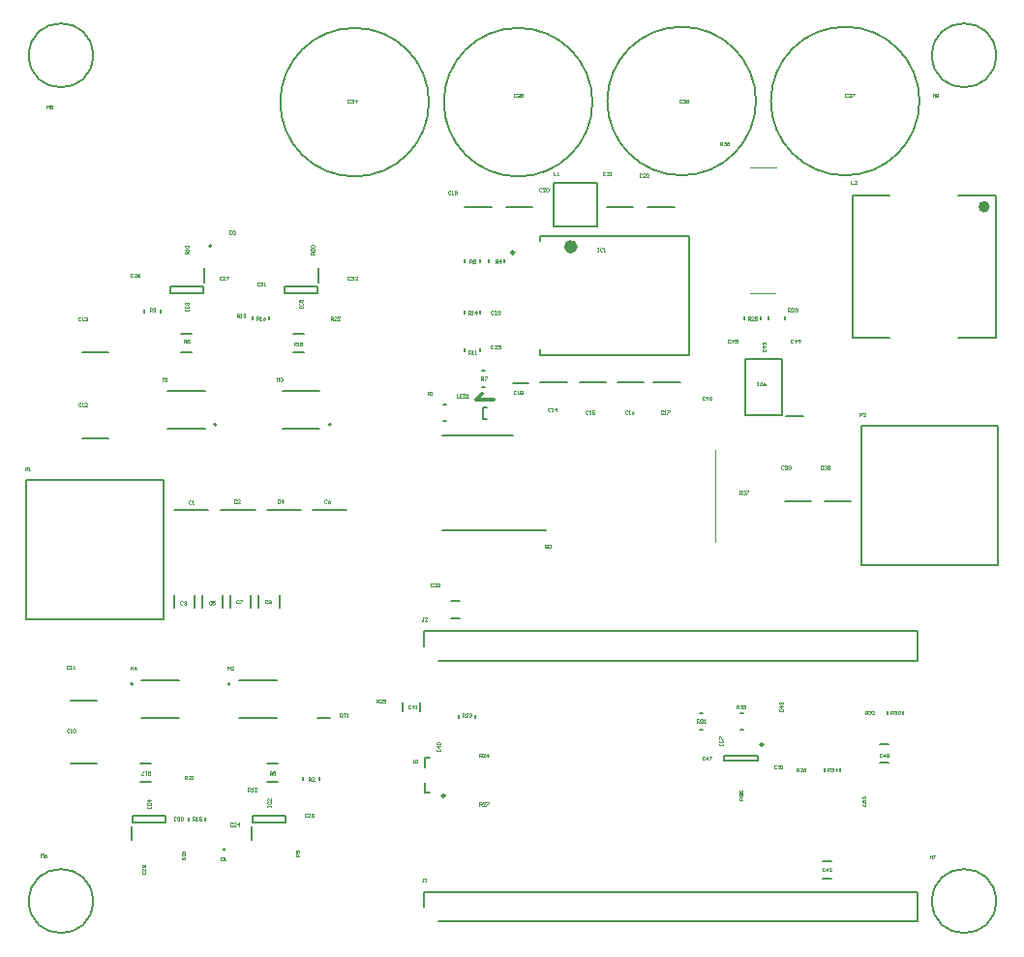
<source format=gto>
G04*
G04 #@! TF.GenerationSoftware,Altium Limited,Altium Designer,20.1.12 (249)*
G04*
G04 Layer_Color=65535*
%FSLAX44Y44*%
%MOMM*%
G71*
G04*
G04 #@! TF.SameCoordinates,284B2C5B-B2DB-445A-AC85-361AEC2CE434*
G04*
G04*
G04 #@! TF.FilePolarity,Positive*
G04*
G01*
G75*
%ADD10C,0.2000*%
%ADD11C,0.6000*%
%ADD12C,0.2500*%
%ADD13C,0.5000*%
%ADD14C,0.1000*%
%ADD15C,0.1270*%
%ADD16C,0.3000*%
D10*
X58000Y30000D02*
G03*
X58000Y30000I-28000J0D01*
G01*
X160750Y604000D02*
G03*
X160750Y602000I0J-1000D01*
G01*
D02*
G03*
X160750Y604000I0J1000D01*
G01*
X172750Y74000D02*
G03*
X172750Y76000I0J1000D01*
G01*
D02*
G03*
X172750Y74000I0J-1000D01*
G01*
X93000Y220000D02*
G03*
X93000Y220000I-1000J0D01*
G01*
X266000Y447000D02*
G03*
X266000Y447000I-1000J0D01*
G01*
X178000Y220000D02*
G03*
X178000Y220000I-1000J0D01*
G01*
X166000Y447000D02*
G03*
X166000Y447000I-1000J0D01*
G01*
X848000Y30000D02*
G03*
X848000Y30000I-28000J0D01*
G01*
X58000Y770000D02*
G03*
X58000Y770000I-28000J0D01*
G01*
X848000D02*
G03*
X848000Y770000I-28000J0D01*
G01*
X781000Y730000D02*
G03*
X781000Y730000I-65000J0D01*
G01*
X637957D02*
G03*
X637957Y730000I-65000J0D01*
G01*
X494915Y729000D02*
G03*
X494915Y729000I-65000J0D01*
G01*
X351872D02*
G03*
X351872Y729000I-65000J0D01*
G01*
X119857Y276700D02*
Y398300D01*
X-143D02*
X119857D01*
X-143Y276700D02*
Y398300D01*
Y276700D02*
X119857D01*
X419500Y637000D02*
X442500D01*
X383500D02*
X406500D01*
X425000Y483000D02*
X439000D01*
X548500Y484000D02*
X571500D01*
X516500D02*
X539500D01*
X483500D02*
X506500D01*
X449500D02*
X472500D01*
X48500Y510000D02*
X71500D01*
X48500Y435000D02*
X71500D01*
X38696Y205000D02*
X61696D01*
X38500Y150000D02*
X61500D01*
X221000Y286500D02*
Y297500D01*
X203000Y286500D02*
Y297500D01*
X363208Y437207D02*
X425457D01*
X363208Y354207D02*
X454458D01*
X196085Y286500D02*
Y297500D01*
X178085Y286500D02*
Y297500D01*
X250000Y372000D02*
X280000D01*
X171543Y286500D02*
Y297500D01*
X153543Y286500D02*
Y297500D01*
X210000Y372000D02*
X240000D01*
X147000Y286500D02*
Y297500D01*
X129000Y286500D02*
Y297500D01*
X170000Y372000D02*
X200000D01*
X129000D02*
X159000D01*
X696031Y64905D02*
X703969D01*
X696031Y49342D02*
X703969D01*
X328952Y196031D02*
Y203969D01*
X344515Y196031D02*
Y203969D01*
X663615Y380000D02*
X686615D01*
X697858D02*
X720857D01*
X371031Y277342D02*
X378969D01*
X371031Y292904D02*
X378969D01*
X92500Y99000D02*
Y105000D01*
X121500D01*
Y99000D02*
Y105000D01*
X92500Y99000D02*
X121500D01*
X92000Y83500D02*
Y95500D01*
X197500Y99000D02*
Y105000D01*
X226500D01*
Y99000D02*
Y105000D01*
X197500Y99000D02*
X226500D01*
X197000Y83500D02*
Y95500D01*
X449025Y507950D02*
X579525D01*
X449025Y612000D02*
X579525D01*
X449025Y607500D02*
Y612000D01*
Y507950D02*
Y512500D01*
X579525Y507950D02*
Y612000D01*
X746031Y167157D02*
X753969D01*
X746031Y151595D02*
X753969D01*
X461000Y620000D02*
X499000D01*
Y658000D01*
X461000D02*
X499000D01*
X461000Y620000D02*
Y658000D01*
X347300Y253000D02*
Y266050D01*
X779450D01*
Y240300D02*
Y266050D01*
X360000Y240300D02*
X779450D01*
X347300Y25000D02*
Y38050D01*
X779450D01*
Y12300D02*
Y38050D01*
X360000Y12300D02*
X779450D01*
X610000Y152500D02*
X640000D01*
X610000Y157500D02*
X640000D01*
X610000Y152500D02*
Y157500D01*
X640000Y152500D02*
Y157500D01*
X629000Y455500D02*
X661000D01*
X629000D02*
Y504500D01*
X661000D01*
Y455500D02*
Y504500D01*
X664500Y454200D02*
X679750D01*
X254500Y562000D02*
Y568000D01*
X225500Y562000D02*
X254500D01*
X225500D02*
Y568000D01*
X254500D01*
X255000Y571500D02*
Y583500D01*
X156000Y100750D02*
Y103250D01*
X142000Y100750D02*
Y103250D01*
X383000Y543750D02*
Y546250D01*
X397000Y543750D02*
Y546250D01*
Y510750D02*
Y513250D01*
X383000Y510750D02*
Y513250D01*
X382940Y588750D02*
Y591250D01*
X396940Y588750D02*
Y591250D01*
X398750Y494000D02*
X401250D01*
X398750Y480000D02*
X401250D01*
X135269Y510000D02*
X144731D01*
X135269Y526000D02*
X144731D01*
X210270Y150000D02*
X219731D01*
X210270Y134000D02*
X219731D01*
X403982Y588750D02*
Y591250D01*
X417982Y588750D02*
Y591250D01*
X117000Y544750D02*
Y547250D01*
X103000Y544750D02*
Y547250D01*
X242000Y135750D02*
Y138250D01*
X256000Y135750D02*
Y138250D01*
X364807Y450197D02*
X367308D01*
X364807Y464198D02*
X367308D01*
X753000Y193750D02*
Y196250D01*
X767000Y193750D02*
Y196250D01*
X649043Y538750D02*
Y541250D01*
X663043Y538750D02*
Y541250D01*
X628000Y538750D02*
Y541250D01*
X642000Y538750D02*
Y541250D01*
X378000Y189926D02*
Y192426D01*
X392000Y189926D02*
Y192426D01*
X233270Y510000D02*
X242731D01*
X233270Y526000D02*
X242731D01*
X99436Y134000D02*
X108897D01*
X99436Y150000D02*
X108897D01*
X212000Y538750D02*
Y541250D01*
X198000Y538750D02*
Y541250D01*
X847500Y522500D02*
Y647500D01*
X722500Y522500D02*
Y647500D01*
X815000Y522500D02*
X847500D01*
X815000Y647500D02*
X847500D01*
X722500D02*
X755000D01*
X722500Y522500D02*
X755000D01*
X348000Y147176D02*
Y155176D01*
X353000D01*
X348000Y125176D02*
Y133176D01*
Y125176D02*
X353000D01*
X254750Y190000D02*
X265250D01*
X698000Y143750D02*
Y146250D01*
X712000Y143750D02*
Y146250D01*
X624292Y194042D02*
X626792D01*
X624292Y180042D02*
X626792D01*
X588750D02*
X591250D01*
X588750Y194042D02*
X591250D01*
X507500Y637000D02*
X530500D01*
X730000Y445800D02*
X850000D01*
Y324200D02*
Y445800D01*
X730000Y324200D02*
X850000D01*
X730000D02*
Y445800D01*
X154500Y562000D02*
Y568000D01*
X125500Y562000D02*
X154500D01*
X125500D02*
Y568000D01*
X154500D01*
X155000Y571500D02*
Y583500D01*
X399557Y452197D02*
Y462197D01*
Y452197D02*
X402557D01*
X399557Y462197D02*
X402557D01*
X543500Y637000D02*
X566500D01*
D11*
X479025Y602500D02*
G03*
X479025Y602500I-3000J0D01*
G01*
D12*
X426525Y597500D02*
G03*
X426525Y597500I-1250J0D01*
G01*
X644250Y167000D02*
G03*
X644250Y167000I-1250J0D01*
G01*
X365750Y122176D02*
G03*
X365750Y122176I-1250J0D01*
G01*
D13*
X840000Y637500D02*
G03*
X840000Y637500I-2500J0D01*
G01*
D14*
X632500Y562000D02*
X655000D01*
X633000Y672000D02*
X655500D01*
X602472Y343950D02*
Y424600D01*
X-1482Y406734D02*
Y409733D01*
X18D01*
X517Y409233D01*
Y408233D01*
X18Y407734D01*
X-1482D01*
X1517Y406734D02*
X2517D01*
X2017D01*
Y409733D01*
X1517Y409233D01*
X623501Y386001D02*
Y388999D01*
X625001D01*
X625501Y388500D01*
Y387500D01*
X625001Y387000D01*
X623501D01*
X624501D02*
X625501Y386001D01*
X626500Y388500D02*
X627000Y388999D01*
X628000D01*
X628500Y388500D01*
Y388000D01*
X628000Y387500D01*
X627500D01*
X628000D01*
X628500Y387000D01*
Y386500D01*
X628000Y386001D01*
X627000D01*
X626500Y386500D01*
X629499Y388999D02*
X631499D01*
Y388500D01*
X629499Y386500D01*
Y386001D01*
X673501Y143500D02*
Y146500D01*
X675001D01*
X675501Y146000D01*
Y145000D01*
X675001Y144500D01*
X673501D01*
X674501D02*
X675501Y143500D01*
X678500D02*
X676500D01*
X678500Y145500D01*
Y146000D01*
X678000Y146500D01*
X677000D01*
X676500Y146000D01*
X681499Y146500D02*
X680499Y146000D01*
X679499Y145000D01*
Y144000D01*
X679999Y143500D01*
X680999D01*
X681499Y144000D01*
Y144500D01*
X680999Y145000D01*
X679499D01*
X728768Y454232D02*
Y457231D01*
X730267D01*
X730767Y456731D01*
Y455732D01*
X730267Y455232D01*
X728768D01*
X733766Y454232D02*
X731767D01*
X733766Y456231D01*
Y456731D01*
X733267Y457231D01*
X732267D01*
X731767Y456731D01*
X718001Y736000D02*
X717501Y736499D01*
X716501D01*
X716001Y736000D01*
Y734000D01*
X716501Y733501D01*
X717501D01*
X718001Y734000D01*
X719000Y736000D02*
X719500Y736499D01*
X720500D01*
X721000Y736000D01*
Y735500D01*
X720500Y735000D01*
X720000D01*
X720500D01*
X721000Y734500D01*
Y734000D01*
X720500Y733501D01*
X719500D01*
X719000Y734000D01*
X721999Y736499D02*
X723999D01*
Y736000D01*
X721999Y734000D01*
Y733501D01*
X573001Y731000D02*
X572501Y731499D01*
X571501D01*
X571001Y731000D01*
Y729000D01*
X571501Y728501D01*
X572501D01*
X573001Y729000D01*
X574000Y731000D02*
X574500Y731499D01*
X575500D01*
X576000Y731000D01*
Y730500D01*
X575500Y730000D01*
X575000D01*
X575500D01*
X576000Y729500D01*
Y729000D01*
X575500Y728501D01*
X574500D01*
X574000Y729000D01*
X578999Y731499D02*
X577999Y731000D01*
X576999Y730000D01*
Y729000D01*
X577499Y728501D01*
X578499D01*
X578999Y729000D01*
Y729500D01*
X578499Y730000D01*
X576999D01*
X428001Y736000D02*
X427501Y736499D01*
X426501D01*
X426001Y736000D01*
Y734000D01*
X426501Y733501D01*
X427501D01*
X428001Y734000D01*
X429000Y736000D02*
X429500Y736499D01*
X430500D01*
X431000Y736000D01*
Y735500D01*
X430500Y735000D01*
X430000D01*
X430500D01*
X431000Y734500D01*
Y734000D01*
X430500Y733501D01*
X429500D01*
X429000Y734000D01*
X433999Y736499D02*
X431999D01*
Y735000D01*
X432999Y735500D01*
X433499D01*
X433999Y735000D01*
Y734000D01*
X433499Y733501D01*
X432499D01*
X431999Y734000D01*
X283001Y731000D02*
X282501Y731499D01*
X281501D01*
X281001Y731000D01*
Y729000D01*
X281501Y728501D01*
X282501D01*
X283001Y729000D01*
X284000Y731000D02*
X284500Y731499D01*
X285500D01*
X286000Y731000D01*
Y730500D01*
X285500Y730000D01*
X285000D01*
X285500D01*
X286000Y729500D01*
Y729000D01*
X285500Y728501D01*
X284500D01*
X284000Y729000D01*
X288499Y728501D02*
Y731499D01*
X286999Y730000D01*
X288999D01*
X792501Y733501D02*
Y736499D01*
X793501Y735500D01*
X794500Y736499D01*
Y733501D01*
X795500Y736000D02*
X796000Y736499D01*
X796999D01*
X797499Y736000D01*
Y735500D01*
X796999Y735000D01*
X797499Y734500D01*
Y734000D01*
X796999Y733501D01*
X796000D01*
X795500Y734000D01*
Y734500D01*
X796000Y735000D01*
X795500Y735500D01*
Y736000D01*
X796000Y735000D02*
X796999D01*
X789982Y67098D02*
Y70097D01*
X790982Y69097D01*
X791981Y70097D01*
Y67098D01*
X792981Y70097D02*
X794980D01*
Y69597D01*
X792981Y67598D01*
Y67098D01*
X12501Y68500D02*
Y71500D01*
X13500Y70500D01*
X14500Y71500D01*
Y68500D01*
X17499Y71500D02*
X16500Y71000D01*
X15500Y70000D01*
Y69000D01*
X16000Y68500D01*
X16999D01*
X17499Y69000D01*
Y69500D01*
X16999Y70000D01*
X15500D01*
X17501Y723501D02*
Y726499D01*
X18500Y725500D01*
X19500Y726499D01*
Y723501D01*
X22499Y726499D02*
X20500D01*
Y725000D01*
X21500Y725500D01*
X21999D01*
X22499Y725000D01*
Y724000D01*
X21999Y723501D01*
X21000D01*
X20500Y724000D01*
X266001Y538501D02*
Y541499D01*
X267501D01*
X268001Y541000D01*
Y540000D01*
X267501Y539500D01*
X266001D01*
X267001D02*
X268001Y538501D01*
X271000D02*
X269000D01*
X271000Y540500D01*
Y541000D01*
X270500Y541499D01*
X269500D01*
X269000Y541000D01*
X273999Y538501D02*
X271999D01*
X273999Y540500D01*
Y541000D01*
X273499Y541499D01*
X272499D01*
X271999Y541000D01*
X138501Y136501D02*
Y139500D01*
X140001D01*
X140500Y139000D01*
Y138000D01*
X140001Y137500D01*
X138501D01*
X139501D02*
X140500Y136501D01*
X143500D02*
X141500D01*
X143500Y138500D01*
Y139000D01*
X143000Y139500D01*
X142000D01*
X141500Y139000D01*
X144499Y136501D02*
X145499D01*
X144999D01*
Y139500D01*
X144499Y139000D01*
X251500Y596001D02*
X248500D01*
Y597501D01*
X249000Y598001D01*
X250000D01*
X250500Y597501D01*
Y596001D01*
Y597001D02*
X251500Y598001D01*
Y601000D02*
Y599000D01*
X249500Y601000D01*
X249000D01*
X248500Y600500D01*
Y599500D01*
X249000Y599000D01*
Y601999D02*
X248500Y602499D01*
Y603499D01*
X249000Y603999D01*
X251000D01*
X251500Y603499D01*
Y602499D01*
X251000Y601999D01*
X249000D01*
X135500Y73706D02*
X138499D01*
Y72207D01*
X138000Y71707D01*
X137000D01*
X136500Y72207D01*
Y73706D01*
Y72707D02*
X135500Y71707D01*
Y70707D02*
Y69707D01*
Y70207D01*
X138499D01*
X138000Y70707D01*
X136000Y68208D02*
X135500Y67708D01*
Y66708D01*
X136000Y66209D01*
X138000D01*
X138499Y66708D01*
Y67708D01*
X138000Y68208D01*
X137500D01*
X137000Y67708D01*
Y66209D01*
X183751Y541001D02*
Y543999D01*
X185251D01*
X185751Y543500D01*
Y542500D01*
X185251Y542000D01*
X183751D01*
X184751D02*
X185751Y541001D01*
X186750D02*
X187750D01*
X187250D01*
Y543999D01*
X186750Y543500D01*
X189249D02*
X189749Y543999D01*
X190749D01*
X191249Y543500D01*
Y543000D01*
X190749Y542500D01*
X190249D01*
X190749D01*
X191249Y542000D01*
Y541500D01*
X190749Y541001D01*
X189749D01*
X189249Y541500D01*
X193751Y126000D02*
Y129000D01*
X195251D01*
X195751Y128500D01*
Y127500D01*
X195251Y127000D01*
X193751D01*
X194751D02*
X195751Y126000D01*
X196750D02*
X197750D01*
X197250D01*
Y129000D01*
X196750Y128500D01*
X201249Y126000D02*
X199249D01*
X201249Y128000D01*
Y128500D01*
X200749Y129000D01*
X199749D01*
X199249Y128500D01*
X141500Y596251D02*
X138500D01*
Y597751D01*
X139000Y598251D01*
X140000D01*
X140500Y597751D01*
Y596251D01*
Y597251D02*
X141500Y598251D01*
Y599250D02*
Y600250D01*
Y599750D01*
X138500D01*
X139000Y599250D01*
Y601749D02*
X138500Y602249D01*
Y603249D01*
X139000Y603749D01*
X141000D01*
X141500Y603249D01*
Y602249D01*
X141000Y601749D01*
X139000D01*
X238500Y69501D02*
X235501D01*
Y71000D01*
X236000Y71500D01*
X237000D01*
X237500Y71000D01*
Y69501D01*
Y70500D02*
X238500Y71500D01*
X238000Y72500D02*
X238500Y73000D01*
Y73999D01*
X238000Y74499D01*
X236000D01*
X235501Y73999D01*
Y73000D01*
X236000Y72500D01*
X236500D01*
X237000Y73000D01*
Y74499D01*
X721148Y660431D02*
Y657432D01*
X723147D01*
X726146D02*
X724147D01*
X726146Y659431D01*
Y659931D01*
X725647Y660431D01*
X724647D01*
X724147Y659931D01*
X338001Y154000D02*
Y151500D01*
X338501Y151000D01*
X339500D01*
X340000Y151500D01*
Y154000D01*
X341000Y151000D02*
X341999D01*
X341499D01*
Y154000D01*
X341000Y153500D01*
X274001Y191000D02*
Y194000D01*
X275501D01*
X276000Y193500D01*
Y192500D01*
X275501Y192000D01*
X274001D01*
X275001D02*
X276000Y191000D01*
X277000Y194000D02*
X279000D01*
X278000D01*
Y191000D01*
X279999D02*
X280999D01*
X280499D01*
Y194000D01*
X279999Y193500D01*
X606594Y691214D02*
Y694213D01*
X608093D01*
X608593Y693713D01*
Y692713D01*
X608093Y692214D01*
X606594D01*
X607594D02*
X608593Y691214D01*
X609593Y693713D02*
X610093Y694213D01*
X611093D01*
X611592Y693713D01*
Y693213D01*
X611093Y692713D01*
X610593D01*
X611093D01*
X611592Y692214D01*
Y691714D01*
X611093Y691214D01*
X610093D01*
X609593Y691714D01*
X614591Y694213D02*
X613592Y693713D01*
X612592Y692713D01*
Y691714D01*
X613092Y691214D01*
X614092D01*
X614591Y691714D01*
Y692214D01*
X614092Y692713D01*
X612592D01*
X626499Y118501D02*
X623501D01*
Y120001D01*
X624000Y120501D01*
X625000D01*
X625500Y120001D01*
Y118501D01*
Y119501D02*
X626499Y120501D01*
X624000Y121500D02*
X623501Y122000D01*
Y123000D01*
X624000Y123500D01*
X624500D01*
X625000Y123000D01*
Y122500D01*
Y123000D01*
X625500Y123500D01*
X626000D01*
X626499Y123000D01*
Y122000D01*
X626000Y121500D01*
X623501Y126499D02*
Y124499D01*
X625000D01*
X624500Y125499D01*
Y125999D01*
X625000Y126499D01*
X626000D01*
X626499Y125999D01*
Y124999D01*
X626000Y124499D01*
X701001Y143500D02*
Y146500D01*
X702501D01*
X703001Y146000D01*
Y145000D01*
X702501Y144500D01*
X701001D01*
X702001D02*
X703001Y143500D01*
X704000Y146000D02*
X704500Y146500D01*
X705500D01*
X706000Y146000D01*
Y145500D01*
X705500Y145000D01*
X705000D01*
X705500D01*
X706000Y144500D01*
Y144000D01*
X705500Y143500D01*
X704500D01*
X704000Y144000D01*
X708499Y143500D02*
Y146500D01*
X706999Y145000D01*
X708999D01*
X621001Y198500D02*
Y201500D01*
X622501D01*
X623001Y201000D01*
Y200000D01*
X622501Y199500D01*
X621001D01*
X622001D02*
X623001Y198500D01*
X624000Y201000D02*
X624500Y201500D01*
X625500D01*
X626000Y201000D01*
Y200500D01*
X625500Y200000D01*
X625000D01*
X625500D01*
X626000Y199500D01*
Y199000D01*
X625500Y198500D01*
X624500D01*
X624000Y199000D01*
X626999Y201000D02*
X627499Y201500D01*
X628499D01*
X628999Y201000D01*
Y200500D01*
X628499Y200000D01*
X627999D01*
X628499D01*
X628999Y199500D01*
Y199000D01*
X628499Y198500D01*
X627499D01*
X626999Y199000D01*
X733501Y193500D02*
Y196500D01*
X735001D01*
X735501Y196000D01*
Y195000D01*
X735001Y194500D01*
X733501D01*
X734501D02*
X735501Y193500D01*
X736500Y196000D02*
X737000Y196500D01*
X738000D01*
X738500Y196000D01*
Y195500D01*
X738000Y195000D01*
X737500D01*
X738000D01*
X738500Y194500D01*
Y194000D01*
X738000Y193500D01*
X737000D01*
X736500Y194000D01*
X741499Y193500D02*
X739499D01*
X741499Y195500D01*
Y196000D01*
X740999Y196500D01*
X739999D01*
X739499Y196000D01*
X586501Y186000D02*
Y189000D01*
X588001D01*
X588501Y188500D01*
Y187500D01*
X588001Y187000D01*
X586501D01*
X587501D02*
X588501Y186000D01*
X589500Y188500D02*
X590000Y189000D01*
X591000D01*
X591499Y188500D01*
Y188000D01*
X591000Y187500D01*
X590500D01*
X591000D01*
X591499Y187000D01*
Y186500D01*
X591000Y186000D01*
X590000D01*
X589500Y186500D01*
X592499Y186000D02*
X593499D01*
X592999D01*
Y189000D01*
X592499Y188500D01*
X756001Y193500D02*
Y196500D01*
X757501D01*
X758001Y196000D01*
Y195000D01*
X757501Y194500D01*
X756001D01*
X757001D02*
X758001Y193500D01*
X759000Y196000D02*
X759500Y196500D01*
X760500D01*
X761000Y196000D01*
Y195500D01*
X760500Y195000D01*
X760000D01*
X760500D01*
X761000Y194500D01*
Y194000D01*
X760500Y193500D01*
X759500D01*
X759000Y194000D01*
X761999Y196000D02*
X762499Y196500D01*
X763499D01*
X763999Y196000D01*
Y194000D01*
X763499Y193500D01*
X762499D01*
X761999Y194000D01*
Y196000D01*
X666001Y546001D02*
Y548999D01*
X667501D01*
X668001Y548500D01*
Y547500D01*
X667501Y547000D01*
X666001D01*
X667001D02*
X668001Y546001D01*
X671000D02*
X669000D01*
X671000Y548000D01*
Y548500D01*
X670500Y548999D01*
X669500D01*
X669000Y548500D01*
X671999Y546500D02*
X672499Y546001D01*
X673499D01*
X673999Y546500D01*
Y548500D01*
X673499Y548999D01*
X672499D01*
X671999Y548500D01*
Y548000D01*
X672499Y547500D01*
X673999D01*
X631001Y538501D02*
Y541499D01*
X632501D01*
X633001Y541000D01*
Y540000D01*
X632501Y539500D01*
X631001D01*
X632001D02*
X633001Y538501D01*
X636000D02*
X634000D01*
X636000Y540500D01*
Y541000D01*
X635500Y541499D01*
X634500D01*
X634000Y541000D01*
X636999D02*
X637499Y541499D01*
X638499D01*
X638999Y541000D01*
Y540500D01*
X638499Y540000D01*
X638999Y539500D01*
Y539000D01*
X638499Y538501D01*
X637499D01*
X636999Y539000D01*
Y539500D01*
X637499Y540000D01*
X636999Y540500D01*
Y541000D01*
X637499Y540000D02*
X638499D01*
X396001Y113500D02*
Y116500D01*
X397501D01*
X398001Y116000D01*
Y115000D01*
X397501Y114500D01*
X396001D01*
X397001D02*
X398001Y113500D01*
X401000D02*
X399000D01*
X401000Y115500D01*
Y116000D01*
X400500Y116500D01*
X399500D01*
X399000Y116000D01*
X401999Y116500D02*
X403999D01*
Y116000D01*
X401999Y114000D01*
Y113500D01*
X306001Y203500D02*
Y206500D01*
X307501D01*
X308001Y206000D01*
Y205000D01*
X307501Y204500D01*
X306001D01*
X307001D02*
X308001Y203500D01*
X311000D02*
X309000D01*
X311000Y205500D01*
Y206000D01*
X310500Y206500D01*
X309500D01*
X309000Y206000D01*
X313999Y206500D02*
X311999D01*
Y205000D01*
X312999Y205500D01*
X313499D01*
X313999Y205000D01*
Y204000D01*
X313499Y203500D01*
X312499D01*
X311999Y204000D01*
X396001Y156000D02*
Y159000D01*
X397501D01*
X398001Y158500D01*
Y157500D01*
X397501Y157000D01*
X396001D01*
X397001D02*
X398001Y156000D01*
X401000D02*
X399000D01*
X401000Y158000D01*
Y158500D01*
X400500Y159000D01*
X399500D01*
X399000Y158500D01*
X403499Y156000D02*
Y159000D01*
X401999Y157500D01*
X403999D01*
X381001Y191000D02*
Y194000D01*
X382501D01*
X383001Y193500D01*
Y192500D01*
X382501Y192000D01*
X381001D01*
X382001D02*
X383001Y191000D01*
X386000D02*
X384000D01*
X386000Y193000D01*
Y193500D01*
X385500Y194000D01*
X384500D01*
X384000Y193500D01*
X386999D02*
X387499Y194000D01*
X388499D01*
X388999Y193500D01*
Y193000D01*
X388499Y192500D01*
X387999D01*
X388499D01*
X388999Y192000D01*
Y191500D01*
X388499Y191000D01*
X387499D01*
X386999Y191500D01*
X233751Y516001D02*
Y518999D01*
X235251D01*
X235751Y518500D01*
Y517500D01*
X235251Y517000D01*
X233751D01*
X234751D02*
X235751Y516001D01*
X236750D02*
X237750D01*
X237250D01*
Y518999D01*
X236750Y518500D01*
X239249D02*
X239749Y518999D01*
X240749D01*
X241249Y518500D01*
Y518000D01*
X240749Y517500D01*
X241249Y517000D01*
Y516500D01*
X240749Y516001D01*
X239749D01*
X239249Y516500D01*
Y517000D01*
X239749Y517500D01*
X239249Y518000D01*
Y518500D01*
X239749Y517500D02*
X240749D01*
X107915Y143499D02*
Y140500D01*
X106416D01*
X105916Y141000D01*
Y142000D01*
X106416Y142500D01*
X107915D01*
X106916D02*
X105916Y143499D01*
X104916D02*
X103916D01*
X104416D01*
Y140500D01*
X104916Y141000D01*
X102417Y140500D02*
X100418D01*
Y141000D01*
X102417Y143000D01*
Y143499D01*
X201251Y538501D02*
Y541499D01*
X202751D01*
X203251Y541000D01*
Y540000D01*
X202751Y539500D01*
X201251D01*
X202251D02*
X203251Y538501D01*
X204250D02*
X205250D01*
X204750D01*
Y541499D01*
X204250Y541000D01*
X208749Y541499D02*
X207749Y541000D01*
X206749Y540000D01*
Y539000D01*
X207249Y538501D01*
X208249D01*
X208749Y539000D01*
Y539500D01*
X208249Y540000D01*
X206749D01*
X145416Y100500D02*
Y103499D01*
X146916D01*
X147416Y103000D01*
Y102000D01*
X146916Y101500D01*
X145416D01*
X146416D02*
X147416Y100500D01*
X148415D02*
X149415D01*
X148915D01*
Y103499D01*
X148415Y103000D01*
X152914Y103499D02*
X150914D01*
Y102000D01*
X151914Y102500D01*
X152414D01*
X152914Y102000D01*
Y101000D01*
X152414Y100500D01*
X151414D01*
X150914Y101000D01*
X386251Y543501D02*
Y546499D01*
X387751D01*
X388251Y546000D01*
Y545000D01*
X387751Y544500D01*
X386251D01*
X387251D02*
X388251Y543501D01*
X389250D02*
X390250D01*
X389750D01*
Y546499D01*
X389250Y546000D01*
X393249Y543501D02*
Y546499D01*
X391749Y545000D01*
X393749D01*
X386751Y508501D02*
Y511499D01*
X388251D01*
X388750Y511000D01*
Y510000D01*
X388251Y509500D01*
X386751D01*
X387751D02*
X388750Y508501D01*
X389750D02*
X390750D01*
X390250D01*
Y511499D01*
X389750Y511000D01*
X392249Y508501D02*
X393249D01*
X392749D01*
Y511499D01*
X392249Y511000D01*
X387501Y588501D02*
Y591499D01*
X389000D01*
X389500Y591000D01*
Y590000D01*
X389000Y589500D01*
X387501D01*
X388501D02*
X389500Y588501D01*
X390500Y591000D02*
X391000Y591499D01*
X391999D01*
X392499Y591000D01*
Y590500D01*
X391999Y590000D01*
X392499Y589500D01*
Y589000D01*
X391999Y588501D01*
X391000D01*
X390500Y589000D01*
Y589500D01*
X391000Y590000D01*
X390500Y590500D01*
Y591000D01*
X391000Y590000D02*
X391999D01*
X397501Y486001D02*
Y488999D01*
X399000D01*
X399500Y488500D01*
Y487500D01*
X399000Y487000D01*
X397501D01*
X398501D02*
X399500Y486001D01*
X400500Y488999D02*
X402499D01*
Y488500D01*
X400500Y486500D01*
Y486001D01*
X137501Y518501D02*
Y521499D01*
X139000D01*
X139500Y521000D01*
Y520000D01*
X139000Y519500D01*
X137501D01*
X138500D02*
X139500Y518501D01*
X142499Y521499D02*
X141500Y521000D01*
X140500Y520000D01*
Y519000D01*
X141000Y518501D01*
X141999D01*
X142499Y519000D01*
Y519500D01*
X141999Y520000D01*
X140500D01*
X212501Y140500D02*
Y143499D01*
X214000D01*
X214500Y143000D01*
Y142000D01*
X214000Y141500D01*
X212501D01*
X213500D02*
X214500Y140500D01*
X217499Y143499D02*
X215500D01*
Y142000D01*
X216500Y142500D01*
X216999D01*
X217499Y142000D01*
Y141000D01*
X216999Y140500D01*
X216000D01*
X215500Y141000D01*
X410001Y588501D02*
Y591499D01*
X411500D01*
X412000Y591000D01*
Y590000D01*
X411500Y589500D01*
X410001D01*
X411001D02*
X412000Y588501D01*
X414499D02*
Y591499D01*
X413000Y590000D01*
X414999D01*
X107501Y546001D02*
Y548999D01*
X109000D01*
X109500Y548500D01*
Y547500D01*
X109000Y547000D01*
X107501D01*
X108500D02*
X109500Y546001D01*
X110500Y548500D02*
X111000Y548999D01*
X111999D01*
X112499Y548500D01*
Y548000D01*
X111999Y547500D01*
X111500D01*
X111999D01*
X112499Y547000D01*
Y546500D01*
X111999Y546001D01*
X111000D01*
X110500Y546500D01*
X246501Y135500D02*
Y138499D01*
X248000D01*
X248500Y138000D01*
Y137000D01*
X248000Y136500D01*
X246501D01*
X247500D02*
X248500Y135500D01*
X251499D02*
X249500D01*
X251499Y137500D01*
Y138000D01*
X250999Y138499D01*
X250000D01*
X249500Y138000D01*
X350561Y472620D02*
Y475619D01*
X352061D01*
X352561Y475119D01*
Y474119D01*
X352061Y473619D01*
X350561D01*
X351561D02*
X352561Y472620D01*
X353560D02*
X354560D01*
X354060D01*
Y475619D01*
X353560Y475119D01*
X90974Y232236D02*
Y235235D01*
X91974Y234235D01*
X92973Y235235D01*
Y232236D01*
X95473D02*
Y235235D01*
X93973Y233736D01*
X95972D01*
X218736Y485220D02*
Y488219D01*
X219736Y487219D01*
X220735Y488219D01*
Y485220D01*
X221735Y487719D02*
X222235Y488219D01*
X223235D01*
X223734Y487719D01*
Y487219D01*
X223235Y486720D01*
X222735D01*
X223235D01*
X223734Y486220D01*
Y485720D01*
X223235Y485220D01*
X222235D01*
X221735Y485720D01*
X176064Y232236D02*
Y235235D01*
X177064Y234235D01*
X178063Y235235D01*
Y232236D01*
X181062D02*
X179063D01*
X181062Y234235D01*
Y234735D01*
X180563Y235235D01*
X179563D01*
X179063Y234735D01*
X118660Y485220D02*
Y488219D01*
X119660Y487219D01*
X120659Y488219D01*
Y485220D01*
X121659D02*
X122659D01*
X122159D01*
Y488219D01*
X121659Y487719D01*
X376059Y473697D02*
Y470698D01*
X378059D01*
X381058Y473697D02*
X379058D01*
Y470698D01*
X381058D01*
X379058Y472197D02*
X380058D01*
X382057Y473697D02*
Y470698D01*
X383557D01*
X384057Y471198D01*
Y473197D01*
X383557Y473697D01*
X382057D01*
X385056Y470698D02*
X386056D01*
X385556D01*
Y473697D01*
X385056Y473197D01*
X461052Y668051D02*
Y665052D01*
X463051D01*
X464051D02*
X465051D01*
X464551D01*
Y668051D01*
X464051Y667551D01*
X347481Y277963D02*
X346482D01*
X346982D01*
Y275464D01*
X346482Y274964D01*
X345982D01*
X345482Y275464D01*
X350480Y274964D02*
X348481D01*
X350480Y276963D01*
Y277463D01*
X349981Y277963D01*
X348981D01*
X348481Y277463D01*
X347481Y49871D02*
X346482D01*
X346982D01*
Y47372D01*
X346482Y46872D01*
X345982D01*
X345482Y47372D01*
X348481Y46872D02*
X349481D01*
X348981D01*
Y49871D01*
X348481Y49371D01*
X606000Y166251D02*
Y167251D01*
Y166751D01*
X608999D01*
Y166251D01*
Y167251D01*
X606500Y170750D02*
X606000Y170250D01*
Y169250D01*
X606500Y168750D01*
X608500D01*
X608999Y169250D01*
Y170250D01*
X608500Y170750D01*
X606000Y171749D02*
Y173749D01*
X606500D01*
X608500Y171749D01*
X608999D01*
X638751Y483999D02*
X639751D01*
X639251D01*
Y481001D01*
X638751D01*
X639751D01*
X643250Y483500D02*
X642750Y483999D01*
X641750D01*
X641250Y483500D01*
Y481500D01*
X641750Y481001D01*
X642750D01*
X643250Y481500D01*
X646249Y483999D02*
X645249Y483500D01*
X644249Y482500D01*
Y481500D01*
X644749Y481001D01*
X645749D01*
X646249Y481500D01*
Y482000D01*
X645749Y482500D01*
X644249D01*
X238500Y548751D02*
Y549751D01*
Y549251D01*
X241500D01*
Y548751D01*
Y549751D01*
X239000Y553250D02*
X238500Y552750D01*
Y551750D01*
X239000Y551250D01*
X241000D01*
X241500Y551750D01*
Y552750D01*
X241000Y553250D01*
X238500Y556249D02*
Y554249D01*
X240000D01*
X239500Y555249D01*
Y555749D01*
X240000Y556249D01*
X241000D01*
X241500Y555749D01*
Y554749D01*
X241000Y554249D01*
X105500Y111251D02*
Y112251D01*
Y111751D01*
X108499D01*
Y111251D01*
Y112251D01*
X106000Y115750D02*
X105500Y115250D01*
Y114250D01*
X106000Y113750D01*
X108000D01*
X108499Y114250D01*
Y115250D01*
X108000Y115750D01*
X108499Y118249D02*
X105500D01*
X107000Y116749D01*
Y118749D01*
X138500Y546251D02*
Y547251D01*
Y546751D01*
X141500D01*
Y546251D01*
Y547251D01*
X139000Y550750D02*
X138500Y550250D01*
Y549250D01*
X139000Y548750D01*
X141000D01*
X141500Y549250D01*
Y550250D01*
X141000Y550750D01*
X139000Y551749D02*
X138500Y552249D01*
Y553249D01*
X139000Y553749D01*
X139500D01*
X140000Y553249D01*
Y552749D01*
Y553249D01*
X140500Y553749D01*
X141000D01*
X141500Y553249D01*
Y552249D01*
X141000Y551749D01*
X210501Y112251D02*
Y113251D01*
Y112751D01*
X213500D01*
Y112251D01*
Y113251D01*
X211000Y116750D02*
X210501Y116250D01*
Y115250D01*
X211000Y114750D01*
X213000D01*
X213500Y115250D01*
Y116250D01*
X213000Y116750D01*
X213500Y119749D02*
Y117749D01*
X211500Y119749D01*
X211000D01*
X210501Y119249D01*
Y118249D01*
X211000Y117749D01*
X499251Y601499D02*
X500251D01*
X499751D01*
Y598501D01*
X499251D01*
X500251D01*
X503750Y601000D02*
X503250Y601499D01*
X502250D01*
X501750Y601000D01*
Y599000D01*
X502250Y598501D01*
X503250D01*
X503750Y599000D01*
X504749Y598501D02*
X505749D01*
X505249D01*
Y601499D01*
X504749Y601000D01*
X177501Y616499D02*
Y613501D01*
X179000D01*
X179500Y614000D01*
Y616000D01*
X179000Y616499D01*
X177501D01*
X182499Y613501D02*
X180500D01*
X182499Y615500D01*
Y616000D01*
X181999Y616499D01*
X181000D01*
X180500Y616000D01*
X170001Y68499D02*
Y65500D01*
X171500D01*
X172000Y66000D01*
Y68000D01*
X171500Y68499D01*
X170001D01*
X173000Y65500D02*
X173999D01*
X173500D01*
Y68499D01*
X173000Y68000D01*
X656001Y148500D02*
X655501Y149000D01*
X654501D01*
X654001Y148500D01*
Y146500D01*
X654501Y146000D01*
X655501D01*
X656001Y146500D01*
X658999Y149000D02*
X657000D01*
Y147500D01*
X658000Y148000D01*
X658500D01*
X658999Y147500D01*
Y146500D01*
X658500Y146000D01*
X657500D01*
X657000Y146500D01*
X659999Y146000D02*
X660999D01*
X660499D01*
Y149000D01*
X659999Y148500D01*
X731500Y115501D02*
X731001Y115001D01*
Y114001D01*
X731500Y113501D01*
X733500D01*
X733999Y114001D01*
Y115001D01*
X733500Y115501D01*
X731001Y118500D02*
Y116500D01*
X732500D01*
X732000Y117500D01*
Y118000D01*
X732500Y118500D01*
X733500D01*
X733999Y118000D01*
Y117000D01*
X733500Y116500D01*
X731500Y119499D02*
X731001Y119999D01*
Y120999D01*
X731500Y121499D01*
X733500D01*
X733999Y120999D01*
Y119999D01*
X733500Y119499D01*
X731500D01*
X659000Y198001D02*
X658501Y197501D01*
Y196501D01*
X659000Y196001D01*
X661000D01*
X661499Y196501D01*
Y197501D01*
X661000Y198001D01*
X661499Y200500D02*
X658501D01*
X660000Y199000D01*
Y201000D01*
X661000Y201999D02*
X661499Y202499D01*
Y203499D01*
X661000Y203999D01*
X659000D01*
X658501Y203499D01*
Y202499D01*
X659000Y201999D01*
X659500D01*
X660000Y202499D01*
Y203999D01*
X748001Y158500D02*
X747501Y159000D01*
X746501D01*
X746001Y158500D01*
Y156500D01*
X746501Y156000D01*
X747501D01*
X748001Y156500D01*
X750500Y156000D02*
Y159000D01*
X749000Y157500D01*
X751000D01*
X751999Y158500D02*
X752499Y159000D01*
X753499D01*
X753999Y158500D01*
Y158000D01*
X753499Y157500D01*
X753999Y157000D01*
Y156500D01*
X753499Y156000D01*
X752499D01*
X751999Y156500D01*
Y157000D01*
X752499Y157500D01*
X751999Y158000D01*
Y158500D01*
X752499Y157500D02*
X753499D01*
X593001Y156000D02*
X592501Y156500D01*
X591501D01*
X591001Y156000D01*
Y154000D01*
X591501Y153500D01*
X592501D01*
X593001Y154000D01*
X595500Y153500D02*
Y156500D01*
X594000Y155000D01*
X596000D01*
X596999Y156500D02*
X598999D01*
Y156000D01*
X596999Y154000D01*
Y153500D01*
X593001Y471000D02*
X592501Y471499D01*
X591501D01*
X591001Y471000D01*
Y469000D01*
X591501Y468501D01*
X592501D01*
X593001Y469000D01*
X595500Y468501D02*
Y471499D01*
X594000Y470000D01*
X596000D01*
X598999Y471499D02*
X597999Y471000D01*
X596999Y470000D01*
Y469000D01*
X597499Y468501D01*
X598499D01*
X598999Y469000D01*
Y469500D01*
X598499Y470000D01*
X596999D01*
X615501Y521000D02*
X615001Y521499D01*
X614001D01*
X613501Y521000D01*
Y519000D01*
X614001Y518501D01*
X615001D01*
X615501Y519000D01*
X618000Y518501D02*
Y521499D01*
X616500Y520000D01*
X618500D01*
X621499Y521499D02*
X619499D01*
Y520000D01*
X620499Y520500D01*
X620999D01*
X621499Y520000D01*
Y519000D01*
X620999Y518501D01*
X619999D01*
X619499Y519000D01*
X670501Y521000D02*
X670001Y521499D01*
X669001D01*
X668501Y521000D01*
Y519000D01*
X669001Y518501D01*
X670001D01*
X670501Y519000D01*
X673000Y518501D02*
Y521499D01*
X671500Y520000D01*
X673500D01*
X675999Y518501D02*
Y521499D01*
X674499Y520000D01*
X676499D01*
X644000Y513001D02*
X643501Y512501D01*
Y511501D01*
X644000Y511001D01*
X646000D01*
X646499Y511501D01*
Y512501D01*
X646000Y513001D01*
X646499Y515500D02*
X643501D01*
X645000Y514000D01*
Y516000D01*
X644000Y516999D02*
X643501Y517499D01*
Y518499D01*
X644000Y518999D01*
X644500D01*
X645000Y518499D01*
Y517999D01*
Y518499D01*
X645500Y518999D01*
X646000D01*
X646499Y518499D01*
Y517499D01*
X646000Y516999D01*
X698001Y58500D02*
X697501Y59000D01*
X696501D01*
X696001Y58500D01*
Y56500D01*
X696501Y56000D01*
X697501D01*
X698001Y56500D01*
X700500Y56000D02*
Y59000D01*
X699000Y57500D01*
X701000D01*
X703999Y56000D02*
X701999D01*
X703999Y58000D01*
Y58500D01*
X703499Y59000D01*
X702499D01*
X701999Y58500D01*
X336001Y201000D02*
X335501Y201500D01*
X334501D01*
X334001Y201000D01*
Y199000D01*
X334501Y198500D01*
X335501D01*
X336001Y199000D01*
X338500Y198500D02*
Y201500D01*
X337000Y200000D01*
X339000D01*
X339999Y198500D02*
X340999D01*
X340499D01*
Y201500D01*
X339999Y201000D01*
X359000Y163001D02*
X358501Y162501D01*
Y161501D01*
X359000Y161001D01*
X361000D01*
X361499Y161501D01*
Y162501D01*
X361000Y163001D01*
X361499Y165500D02*
X358501D01*
X360000Y164000D01*
Y166000D01*
X359000Y166999D02*
X358501Y167499D01*
Y168499D01*
X359000Y168999D01*
X361000D01*
X361499Y168499D01*
Y167499D01*
X361000Y166999D01*
X359000D01*
X662187Y410503D02*
X661687Y411003D01*
X660688D01*
X660188Y410503D01*
Y408504D01*
X660688Y408004D01*
X661687D01*
X662187Y408504D01*
X663187Y410503D02*
X663687Y411003D01*
X664687D01*
X665186Y410503D01*
Y410003D01*
X664687Y409504D01*
X664187D01*
X664687D01*
X665186Y409004D01*
Y408504D01*
X664687Y408004D01*
X663687D01*
X663187Y408504D01*
X666186D02*
X666686Y408004D01*
X667686D01*
X668185Y408504D01*
Y410503D01*
X667686Y411003D01*
X666686D01*
X666186Y410503D01*
Y410003D01*
X666686Y409504D01*
X668185D01*
X696477Y410503D02*
X695977Y411003D01*
X694978D01*
X694478Y410503D01*
Y408504D01*
X694978Y408004D01*
X695977D01*
X696477Y408504D01*
X697477Y410503D02*
X697977Y411003D01*
X698977D01*
X699476Y410503D01*
Y410003D01*
X698977Y409504D01*
X698477D01*
X698977D01*
X699476Y409004D01*
Y408504D01*
X698977Y408004D01*
X697977D01*
X697477Y408504D01*
X700476Y410503D02*
X700976Y411003D01*
X701976D01*
X702475Y410503D01*
Y410003D01*
X701976Y409504D01*
X702475Y409004D01*
Y408504D01*
X701976Y408004D01*
X700976D01*
X700476Y408504D01*
Y409004D01*
X700976Y409504D01*
X700476Y410003D01*
Y410503D01*
X700976Y409504D02*
X701976D01*
X355355Y307435D02*
X354855Y307935D01*
X353856D01*
X353356Y307435D01*
Y305436D01*
X353856Y304936D01*
X354855D01*
X355355Y305436D01*
X356355Y307435D02*
X356855Y307935D01*
X357855D01*
X358354Y307435D01*
Y306935D01*
X357855Y306436D01*
X357355D01*
X357855D01*
X358354Y305936D01*
Y305436D01*
X357855Y304936D01*
X356855D01*
X356355Y305436D01*
X359354Y307435D02*
X359854Y307935D01*
X360854D01*
X361353Y307435D01*
Y306935D01*
X360854Y306436D01*
X360354D01*
X360854D01*
X361353Y305936D01*
Y305436D01*
X360854Y304936D01*
X359854D01*
X359354Y305436D01*
X283001Y576000D02*
X282501Y576499D01*
X281501D01*
X281001Y576000D01*
Y574000D01*
X281501Y573501D01*
X282501D01*
X283001Y574000D01*
X284000Y576000D02*
X284500Y576499D01*
X285500D01*
X286000Y576000D01*
Y575500D01*
X285500Y575000D01*
X285000D01*
X285500D01*
X286000Y574500D01*
Y574000D01*
X285500Y573501D01*
X284500D01*
X284000Y574000D01*
X288999Y573501D02*
X286999D01*
X288999Y575500D01*
Y576000D01*
X288499Y576499D01*
X287499D01*
X286999Y576000D01*
X203500Y571000D02*
X203001Y571499D01*
X202001D01*
X201501Y571000D01*
Y569000D01*
X202001Y568501D01*
X203001D01*
X203500Y569000D01*
X204500Y571000D02*
X205000Y571499D01*
X206000D01*
X206500Y571000D01*
Y570500D01*
X206000Y570000D01*
X205500D01*
X206000D01*
X206500Y569500D01*
Y569000D01*
X206000Y568501D01*
X205000D01*
X204500Y569000D01*
X207499Y568501D02*
X208499D01*
X207999D01*
Y571499D01*
X207499Y571000D01*
X130708Y103000D02*
X130208Y103499D01*
X129209D01*
X128709Y103000D01*
Y101000D01*
X129209Y100500D01*
X130208D01*
X130708Y101000D01*
X131708Y103000D02*
X132208Y103499D01*
X133207D01*
X133707Y103000D01*
Y102500D01*
X133207Y102000D01*
X132708D01*
X133207D01*
X133707Y101500D01*
Y101000D01*
X133207Y100500D01*
X132208D01*
X131708Y101000D01*
X134707Y103000D02*
X135207Y103499D01*
X136206D01*
X136706Y103000D01*
Y101000D01*
X136206Y100500D01*
X135207D01*
X134707Y101000D01*
Y103000D01*
X101500Y55501D02*
X101000Y55001D01*
Y54001D01*
X101500Y53501D01*
X103500D01*
X104000Y54001D01*
Y55001D01*
X103500Y55501D01*
X104000Y58500D02*
Y56500D01*
X102000Y58500D01*
X101500D01*
X101000Y58000D01*
Y57000D01*
X101500Y56500D01*
X103500Y59499D02*
X104000Y59999D01*
Y60999D01*
X103500Y61499D01*
X101500D01*
X101000Y60999D01*
Y59999D01*
X101500Y59499D01*
X102000D01*
X102500Y59999D01*
Y61499D01*
X408001Y546000D02*
X407501Y546499D01*
X406501D01*
X406001Y546000D01*
Y544000D01*
X406501Y543501D01*
X407501D01*
X408001Y544000D01*
X411000Y543501D02*
X409000D01*
X411000Y545500D01*
Y546000D01*
X410500Y546499D01*
X409500D01*
X409000Y546000D01*
X411999D02*
X412499Y546499D01*
X413499D01*
X413999Y546000D01*
Y545500D01*
X413499Y545000D01*
X413999Y544500D01*
Y544000D01*
X413499Y543501D01*
X412499D01*
X411999Y544000D01*
Y544500D01*
X412499Y545000D01*
X411999Y545500D01*
Y546000D01*
X412499Y545000D02*
X413499D01*
X170501Y576000D02*
X170001Y576499D01*
X169001D01*
X168501Y576000D01*
Y574000D01*
X169001Y573501D01*
X170001D01*
X170501Y574000D01*
X173500Y573501D02*
X171500D01*
X173500Y575500D01*
Y576000D01*
X173000Y576499D01*
X172000D01*
X171500Y576000D01*
X174499Y576499D02*
X176499D01*
Y576000D01*
X174499Y574000D01*
Y573501D01*
X93001Y578500D02*
X92501Y578999D01*
X91501D01*
X91001Y578500D01*
Y576500D01*
X91501Y576001D01*
X92501D01*
X93001Y576500D01*
X96000Y576001D02*
X94000D01*
X96000Y578000D01*
Y578500D01*
X95500Y578999D01*
X94500D01*
X94000Y578500D01*
X98999Y578999D02*
X97999Y578500D01*
X96999Y577500D01*
Y576500D01*
X97499Y576001D01*
X98499D01*
X98999Y576500D01*
Y577000D01*
X98499Y577500D01*
X96999D01*
X245001Y106000D02*
X244501Y106500D01*
X243501D01*
X243001Y106000D01*
Y104000D01*
X243501Y103500D01*
X244501D01*
X245001Y104000D01*
X248000Y103500D02*
X246000D01*
X248000Y105500D01*
Y106000D01*
X247500Y106500D01*
X246500D01*
X246000Y106000D01*
X250999Y106500D02*
X248999D01*
Y105000D01*
X249999Y105500D01*
X250499D01*
X250999Y105000D01*
Y104000D01*
X250499Y103500D01*
X249499D01*
X248999Y104000D01*
X180001Y98000D02*
X179501Y98499D01*
X178501D01*
X178001Y98000D01*
Y96000D01*
X178501Y95500D01*
X179501D01*
X180001Y96000D01*
X183000Y95500D02*
X181000D01*
X183000Y97500D01*
Y98000D01*
X182500Y98499D01*
X181500D01*
X181000Y98000D01*
X185499Y95500D02*
Y98499D01*
X183999Y97000D01*
X185999D01*
X408001Y516000D02*
X407501Y516499D01*
X406501D01*
X406001Y516000D01*
Y514000D01*
X406501Y513501D01*
X407501D01*
X408001Y514000D01*
X411000Y513501D02*
X409000D01*
X411000Y515500D01*
Y516000D01*
X410500Y516499D01*
X409500D01*
X409000Y516000D01*
X411999D02*
X412499Y516499D01*
X413499D01*
X413999Y516000D01*
Y515500D01*
X413499Y515000D01*
X412999D01*
X413499D01*
X413999Y514500D01*
Y514000D01*
X413499Y513501D01*
X412499D01*
X411999Y514000D01*
X538001Y666000D02*
X537501Y666499D01*
X536501D01*
X536001Y666000D01*
Y664000D01*
X536501Y663501D01*
X537501D01*
X538001Y664000D01*
X541000Y663501D02*
X539000D01*
X541000Y665500D01*
Y666000D01*
X540500Y666499D01*
X539500D01*
X539000Y666000D01*
X543999Y663501D02*
X541999D01*
X543999Y665500D01*
Y666000D01*
X543499Y666499D01*
X542499D01*
X541999Y666000D01*
X506231Y667297D02*
X505732Y667797D01*
X504732D01*
X504232Y667297D01*
Y665298D01*
X504732Y664798D01*
X505732D01*
X506231Y665298D01*
X509230Y664798D02*
X507231D01*
X509230Y666797D01*
Y667297D01*
X508731Y667797D01*
X507731D01*
X507231Y667297D01*
X510230Y664798D02*
X511230D01*
X510730D01*
Y667797D01*
X510230Y667297D01*
X450501Y653500D02*
X450001Y653999D01*
X449001D01*
X448501Y653500D01*
Y651500D01*
X449001Y651001D01*
X450001D01*
X450501Y651500D01*
X453500Y651001D02*
X451500D01*
X453500Y653000D01*
Y653500D01*
X453000Y653999D01*
X452000D01*
X451500Y653500D01*
X454499D02*
X454999Y653999D01*
X455999D01*
X456499Y653500D01*
Y651500D01*
X455999Y651001D01*
X454999D01*
X454499Y651500D01*
Y653500D01*
X370751Y651000D02*
X370251Y651499D01*
X369251D01*
X368751Y651000D01*
Y649000D01*
X369251Y648501D01*
X370251D01*
X370751Y649000D01*
X371750Y648501D02*
X372750D01*
X372250D01*
Y651499D01*
X371750Y651000D01*
X374249Y649000D02*
X374749Y648501D01*
X375749D01*
X376249Y649000D01*
Y651000D01*
X375749Y651499D01*
X374749D01*
X374249Y651000D01*
Y650500D01*
X374749Y650000D01*
X376249D01*
X428251Y476000D02*
X427751Y476499D01*
X426751D01*
X426251Y476000D01*
Y474000D01*
X426751Y473501D01*
X427751D01*
X428251Y474000D01*
X429250Y473501D02*
X430250D01*
X429750D01*
Y476499D01*
X429250Y476000D01*
X431749D02*
X432249Y476499D01*
X433249D01*
X433749Y476000D01*
Y475500D01*
X433249Y475000D01*
X433749Y474500D01*
Y474000D01*
X433249Y473501D01*
X432249D01*
X431749Y474000D01*
Y474500D01*
X432249Y475000D01*
X431749Y475500D01*
Y476000D01*
X432249Y475000D02*
X433249D01*
X556751Y458500D02*
X556251Y458999D01*
X555251D01*
X554751Y458500D01*
Y456500D01*
X555251Y456001D01*
X556251D01*
X556751Y456500D01*
X557750Y456001D02*
X558750D01*
X558250D01*
Y458999D01*
X557750Y458500D01*
X560249Y458999D02*
X562249D01*
Y458500D01*
X560249Y456500D01*
Y456001D01*
X525751Y458500D02*
X525251Y458999D01*
X524251D01*
X523751Y458500D01*
Y456500D01*
X524251Y456001D01*
X525251D01*
X525751Y456500D01*
X526750Y456001D02*
X527750D01*
X527250D01*
Y458999D01*
X526750Y458500D01*
X531249Y458999D02*
X530249Y458500D01*
X529249Y457500D01*
Y456500D01*
X529749Y456001D01*
X530749D01*
X531249Y456500D01*
Y457000D01*
X530749Y457500D01*
X529249D01*
X491251Y458500D02*
X490751Y458999D01*
X489751D01*
X489251Y458500D01*
Y456500D01*
X489751Y456001D01*
X490751D01*
X491251Y456500D01*
X492250Y456001D02*
X493250D01*
X492750D01*
Y458999D01*
X492250Y458500D01*
X496749Y458999D02*
X494749D01*
Y457500D01*
X495749Y458000D01*
X496249D01*
X496749Y457500D01*
Y456500D01*
X496249Y456001D01*
X495249D01*
X494749Y456500D01*
X458251Y461000D02*
X457751Y461499D01*
X456751D01*
X456251Y461000D01*
Y459000D01*
X456751Y458501D01*
X457751D01*
X458251Y459000D01*
X459250Y458501D02*
X460250D01*
X459750D01*
Y461499D01*
X459250Y461000D01*
X463249Y458501D02*
Y461499D01*
X461749Y460000D01*
X463749D01*
X47253Y540297D02*
X46754Y540797D01*
X45754D01*
X45254Y540297D01*
Y538298D01*
X45754Y537798D01*
X46754D01*
X47253Y538298D01*
X48253Y537798D02*
X49253D01*
X48753D01*
Y540797D01*
X48253Y540297D01*
X50752D02*
X51252Y540797D01*
X52252D01*
X52752Y540297D01*
Y539797D01*
X52252Y539297D01*
X51752D01*
X52252D01*
X52752Y538798D01*
Y538298D01*
X52252Y537798D01*
X51252D01*
X50752Y538298D01*
X47253Y465367D02*
X46754Y465867D01*
X45754D01*
X45254Y465367D01*
Y463368D01*
X45754Y462868D01*
X46754D01*
X47253Y463368D01*
X48253Y462868D02*
X49253D01*
X48753D01*
Y465867D01*
X48253Y465367D01*
X52752Y462868D02*
X50752D01*
X52752Y464867D01*
Y465367D01*
X52252Y465867D01*
X51252D01*
X50752Y465367D01*
X37347Y235497D02*
X36848Y235997D01*
X35848D01*
X35348Y235497D01*
Y233498D01*
X35848Y232998D01*
X36848D01*
X37347Y233498D01*
X38347Y232998D02*
X39347D01*
X38847D01*
Y235997D01*
X38347Y235497D01*
X40846Y232998D02*
X41846D01*
X41346D01*
Y235997D01*
X40846Y235497D01*
X37093Y180379D02*
X36593Y180879D01*
X35594D01*
X35094Y180379D01*
Y178380D01*
X35594Y177880D01*
X36593D01*
X37093Y178380D01*
X38093Y177880D02*
X39093D01*
X38593D01*
Y180879D01*
X38093Y180379D01*
X40592D02*
X41092Y180879D01*
X42092D01*
X42592Y180379D01*
Y178380D01*
X42092Y177880D01*
X41092D01*
X40592Y178380D01*
Y180379D01*
X210500Y293000D02*
X210000Y293500D01*
X209001D01*
X208501Y293000D01*
Y291000D01*
X209001Y290501D01*
X210000D01*
X210500Y291000D01*
X211500D02*
X212000Y290501D01*
X212999D01*
X213499Y291000D01*
Y293000D01*
X212999Y293500D01*
X212000D01*
X211500Y293000D01*
Y292500D01*
X212000Y292000D01*
X213499D01*
X456698Y339324D02*
X457198Y338824D01*
X458198D01*
X458698Y339324D01*
Y341324D01*
X458198Y341823D01*
X457198D01*
X456698Y341324D01*
X455698Y339324D02*
X455199Y338824D01*
X454199D01*
X453699Y339324D01*
Y339824D01*
X454199Y340324D01*
X453699Y340824D01*
Y341324D01*
X454199Y341823D01*
X455199D01*
X455698Y341324D01*
Y340824D01*
X455199Y340324D01*
X455698Y339824D01*
Y339324D01*
X455199Y340324D02*
X454199D01*
X185500Y293000D02*
X185000Y293500D01*
X184001D01*
X183501Y293000D01*
Y291000D01*
X184001Y290501D01*
X185000D01*
X185500Y291000D01*
X186500Y293500D02*
X188499D01*
Y293000D01*
X186500Y291000D01*
Y290501D01*
X262500Y381000D02*
X262000Y381499D01*
X261001D01*
X260501Y381000D01*
Y379000D01*
X261001Y378501D01*
X262000D01*
X262500Y379000D01*
X265499Y381499D02*
X264499Y381000D01*
X263500Y380000D01*
Y379000D01*
X264000Y378501D01*
X264999D01*
X265499Y379000D01*
Y379500D01*
X264999Y380000D01*
X263500D01*
X161500Y292000D02*
X161000Y292500D01*
X160001D01*
X159501Y292000D01*
Y290000D01*
X160001Y289501D01*
X161000D01*
X161500Y290000D01*
X164499Y292500D02*
X162500D01*
Y291000D01*
X163500Y291500D01*
X163999D01*
X164499Y291000D01*
Y290000D01*
X163999Y289501D01*
X163000D01*
X162500Y290000D01*
X221500Y381000D02*
X221000Y381499D01*
X220001D01*
X219501Y381000D01*
Y379000D01*
X220001Y378501D01*
X221000D01*
X221500Y379000D01*
X223999Y378501D02*
Y381499D01*
X222500Y380000D01*
X224499D01*
X136500Y292000D02*
X136000Y292500D01*
X135001D01*
X134501Y292000D01*
Y290000D01*
X135001Y289501D01*
X136000D01*
X136500Y290000D01*
X137500Y292000D02*
X138000Y292500D01*
X138999D01*
X139499Y292000D01*
Y291500D01*
X138999Y291000D01*
X138499D01*
X138999D01*
X139499Y290500D01*
Y290000D01*
X138999Y289501D01*
X138000D01*
X137500Y290000D01*
X183500Y381000D02*
X183000Y381499D01*
X182001D01*
X181501Y381000D01*
Y379000D01*
X182001Y378501D01*
X183000D01*
X183500Y379000D01*
X186499Y378501D02*
X184500D01*
X186499Y380500D01*
Y381000D01*
X185999Y381499D01*
X185000D01*
X184500Y381000D01*
X144000Y380000D02*
X143500Y380499D01*
X142500D01*
X142001Y380000D01*
Y378000D01*
X142500Y377500D01*
X143500D01*
X144000Y378000D01*
X145000Y377500D02*
X145999D01*
X145499D01*
Y380499D01*
X145000Y380000D01*
D15*
X100500Y223500D02*
X133500D01*
X100500Y190500D02*
X133500D01*
X223500Y443500D02*
X256500D01*
X223500Y476500D02*
X256500D01*
X185500Y223500D02*
X218500D01*
X185500Y190500D02*
X218500D01*
X123500Y443500D02*
X156500D01*
X123500Y476500D02*
X156500D01*
D16*
X393438Y468628D02*
X398517Y473708D01*
X393438Y468628D02*
X408677D01*
M02*

</source>
